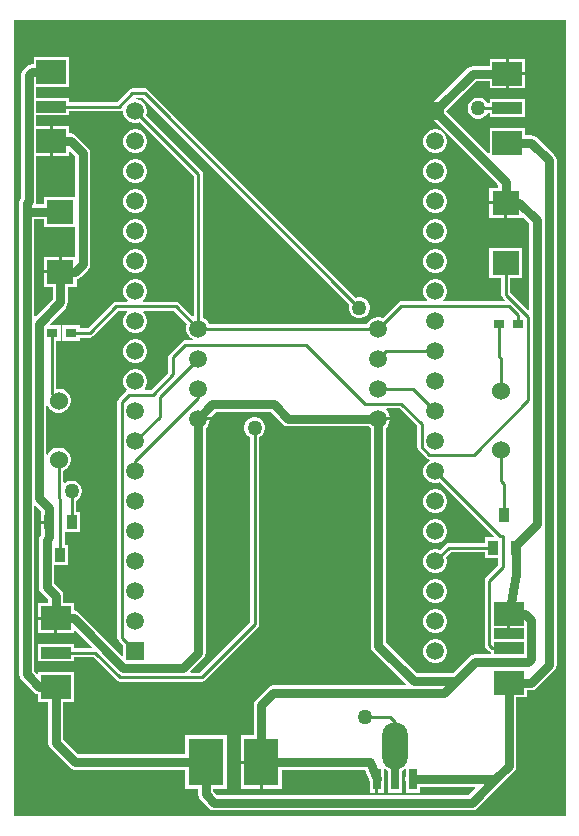
<source format=gtl>
G04*
G04 #@! TF.GenerationSoftware,Altium Limited,Altium Designer,21.4.1 (30)*
G04*
G04 Layer_Physical_Order=1*
G04 Layer_Color=255*
%FSLAX25Y25*%
%MOIN*%
G70*
G04*
G04 #@! TF.SameCoordinates,14F4F737-F107-41AB-BACD-CDD85754C322*
G04*
G04*
G04 #@! TF.FilePolarity,Positive*
G04*
G01*
G75*
%ADD11C,0.01000*%
%ADD14R,0.02500X0.07000*%
%ADD15O,0.08661X0.15748*%
%ADD16R,0.11811X0.15748*%
%ADD17C,0.05906*%
%ADD18R,0.08976X0.07992*%
%ADD19R,0.03799X0.03150*%
%ADD20R,0.09843X0.03937*%
%ADD21R,0.09843X0.07874*%
%ADD22R,0.03347X0.04921*%
%ADD35C,0.03000*%
%ADD36R,0.05906X0.05906*%
%ADD37C,0.06000*%
%ADD38C,0.05000*%
G36*
X431500Y171000D02*
X247500D01*
Y436500D01*
X431500D01*
Y171000D01*
D02*
G37*
%LPC*%
G36*
X417921Y423437D02*
X412500D01*
Y419000D01*
X417921D01*
Y423437D01*
D02*
G37*
G36*
Y418000D02*
X412500D01*
Y413563D01*
X417921D01*
Y418000D01*
D02*
G37*
G36*
X265921Y423937D02*
X254079D01*
Y421549D01*
X253500D01*
X252524Y421355D01*
X251698Y420802D01*
X250698Y419802D01*
X250145Y418975D01*
X249951Y418000D01*
Y377033D01*
X249445Y376275D01*
X249251Y375300D01*
Y372500D01*
Y218200D01*
X249445Y217225D01*
X249998Y216398D01*
X254198Y212198D01*
X255025Y211645D01*
X255579Y211535D01*
Y209063D01*
X258951D01*
Y195500D01*
X259145Y194525D01*
X259698Y193698D01*
X266198Y187198D01*
X267024Y186645D01*
X268000Y186451D01*
X304594D01*
Y180126D01*
X308951D01*
Y178300D01*
X309145Y177324D01*
X309698Y176498D01*
X312498Y173698D01*
X313324Y173145D01*
X314300Y172951D01*
X400200D01*
X401175Y173145D01*
X402002Y173698D01*
X409802Y181498D01*
X414302Y185998D01*
X414855Y186825D01*
X415049Y187800D01*
Y210563D01*
X418421D01*
Y212951D01*
X420000D01*
X420975Y213145D01*
X421802Y213698D01*
X427702Y219597D01*
X428255Y220424D01*
X428449Y221400D01*
Y389600D01*
X428255Y390576D01*
X427702Y391403D01*
X421802Y397302D01*
X420975Y397855D01*
X420000Y398049D01*
X417921D01*
Y400437D01*
X406079D01*
Y392179D01*
X405617Y391988D01*
X391605Y406000D01*
X401556Y415951D01*
X406079D01*
Y413563D01*
X411500D01*
Y418500D01*
Y423437D01*
X406079D01*
Y421049D01*
X400500D01*
X399524Y420855D01*
X398698Y420302D01*
X386198Y407802D01*
X385645Y406976D01*
X385451Y406000D01*
X385645Y405024D01*
X386198Y404198D01*
X408951Y381444D01*
Y380496D01*
X406012D01*
Y376000D01*
X411500D01*
Y375500D01*
X412000D01*
Y370504D01*
X416988D01*
Y370504D01*
X417273Y370622D01*
X419351Y368545D01*
Y339794D01*
X418889Y339603D01*
X413029Y345462D01*
Y350504D01*
X416988D01*
Y360496D01*
X406012D01*
Y350504D01*
X409971D01*
Y344829D01*
X410087Y344243D01*
X410419Y343747D01*
X411174Y342991D01*
X410983Y342529D01*
X390827D01*
X390619Y343029D01*
X391163Y343573D01*
X391683Y344474D01*
X391953Y345480D01*
Y346520D01*
X391683Y347526D01*
X391163Y348427D01*
X390427Y349163D01*
X389526Y349683D01*
X388520Y349953D01*
X387480D01*
X386474Y349683D01*
X385573Y349163D01*
X384837Y348427D01*
X384317Y347526D01*
X384047Y346520D01*
Y345480D01*
X384317Y344474D01*
X384837Y343573D01*
X385381Y343029D01*
X385174Y342529D01*
X376500D01*
X375915Y342413D01*
X375419Y342081D01*
X370522Y337185D01*
X369520Y337453D01*
X368480D01*
X367474Y337183D01*
X366573Y336663D01*
X365837Y335927D01*
X365319Y335029D01*
X312681D01*
X312163Y335927D01*
X311427Y336663D01*
X310529Y337181D01*
Y385000D01*
X310413Y385585D01*
X310081Y386081D01*
X291685Y404478D01*
X291953Y405480D01*
Y406520D01*
X291683Y407526D01*
X291163Y408427D01*
X290427Y409163D01*
X289526Y409683D01*
X288520Y409953D01*
X288405D01*
X288138Y410453D01*
X288149Y410471D01*
X290566D01*
X359385Y341652D01*
X359200Y340961D01*
Y340039D01*
X359438Y339149D01*
X359899Y338351D01*
X360551Y337699D01*
X361349Y337239D01*
X362239Y337000D01*
X363161D01*
X364051Y337239D01*
X364849Y337699D01*
X365501Y338351D01*
X365962Y339149D01*
X366200Y340039D01*
Y340961D01*
X365962Y341851D01*
X365501Y342649D01*
X364849Y343301D01*
X364051Y343761D01*
X363161Y344000D01*
X362239D01*
X361548Y343815D01*
X292281Y413081D01*
X291785Y413413D01*
X291200Y413529D01*
X287000D01*
X286415Y413413D01*
X285919Y413081D01*
X281867Y409029D01*
X265921D01*
Y410468D01*
X255049D01*
Y414063D01*
X265921D01*
Y423937D01*
D02*
G37*
G36*
X402761Y410500D02*
X401839D01*
X400949Y410261D01*
X400151Y409801D01*
X399499Y409149D01*
X399039Y408351D01*
X398800Y407461D01*
Y406539D01*
X399039Y405649D01*
X399499Y404851D01*
X400151Y404199D01*
X400949Y403738D01*
X401839Y403500D01*
X402761D01*
X403651Y403738D01*
X404449Y404199D01*
X405101Y404851D01*
X405458Y405471D01*
X406079D01*
Y404032D01*
X417921D01*
Y409969D01*
X406079D01*
Y408529D01*
X405458D01*
X405101Y409149D01*
X404449Y409801D01*
X403651Y410261D01*
X402761Y410500D01*
D02*
G37*
G36*
X388520Y399953D02*
X387480D01*
X386474Y399683D01*
X385573Y399163D01*
X384837Y398427D01*
X384317Y397526D01*
X384047Y396520D01*
Y395480D01*
X384317Y394474D01*
X384837Y393573D01*
X385573Y392837D01*
X386474Y392317D01*
X387480Y392047D01*
X388520D01*
X389526Y392317D01*
X390427Y392837D01*
X391163Y393573D01*
X391683Y394474D01*
X391953Y395480D01*
Y396520D01*
X391683Y397526D01*
X391163Y398427D01*
X390427Y399163D01*
X389526Y399683D01*
X388520Y399953D01*
D02*
G37*
G36*
Y389953D02*
X387480D01*
X386474Y389683D01*
X385573Y389163D01*
X384837Y388427D01*
X384317Y387526D01*
X384047Y386520D01*
Y385480D01*
X384317Y384474D01*
X384837Y383573D01*
X385573Y382837D01*
X386474Y382317D01*
X387480Y382047D01*
X388520D01*
X389526Y382317D01*
X390427Y382837D01*
X391163Y383573D01*
X391683Y384474D01*
X391953Y385480D01*
Y386520D01*
X391683Y387526D01*
X391163Y388427D01*
X390427Y389163D01*
X389526Y389683D01*
X388520Y389953D01*
D02*
G37*
G36*
Y379953D02*
X387480D01*
X386474Y379683D01*
X385573Y379163D01*
X384837Y378427D01*
X384317Y377526D01*
X384047Y376520D01*
Y375480D01*
X384317Y374474D01*
X384837Y373573D01*
X385573Y372837D01*
X386474Y372317D01*
X387480Y372047D01*
X388520D01*
X389526Y372317D01*
X390427Y372837D01*
X391163Y373573D01*
X391683Y374474D01*
X391953Y375480D01*
Y376520D01*
X391683Y377526D01*
X391163Y378427D01*
X390427Y379163D01*
X389526Y379683D01*
X388520Y379953D01*
D02*
G37*
G36*
X411000Y375000D02*
X406012D01*
Y370504D01*
X411000D01*
Y375000D01*
D02*
G37*
G36*
X388520Y369953D02*
X387480D01*
X386474Y369683D01*
X385573Y369163D01*
X384837Y368427D01*
X384317Y367526D01*
X384047Y366520D01*
Y365480D01*
X384317Y364474D01*
X384837Y363573D01*
X385573Y362837D01*
X386474Y362317D01*
X387480Y362047D01*
X388520D01*
X389526Y362317D01*
X390427Y362837D01*
X391163Y363573D01*
X391683Y364474D01*
X391953Y365480D01*
Y366520D01*
X391683Y367526D01*
X391163Y368427D01*
X390427Y369163D01*
X389526Y369683D01*
X388520Y369953D01*
D02*
G37*
G36*
Y359953D02*
X387480D01*
X386474Y359683D01*
X385573Y359163D01*
X384837Y358427D01*
X384317Y357526D01*
X384047Y356520D01*
Y355480D01*
X384317Y354474D01*
X384837Y353573D01*
X385573Y352837D01*
X386474Y352317D01*
X387480Y352047D01*
X388520D01*
X389526Y352317D01*
X390427Y352837D01*
X391163Y353573D01*
X391683Y354474D01*
X391953Y355480D01*
Y356520D01*
X391683Y357526D01*
X391163Y358427D01*
X390427Y359163D01*
X389526Y359683D01*
X388520Y359953D01*
D02*
G37*
%LPD*%
G36*
X283685Y406365D02*
X284047Y406177D01*
Y405480D01*
X284317Y404474D01*
X284837Y403573D01*
X285573Y402837D01*
X286474Y402317D01*
X287480Y402047D01*
X288520D01*
X289522Y402316D01*
X307471Y384366D01*
Y337846D01*
X307009Y337654D01*
X302681Y341981D01*
X302185Y342313D01*
X301600Y342429D01*
X290650D01*
X290519Y342929D01*
X291163Y343573D01*
X291683Y344474D01*
X291953Y345480D01*
Y346520D01*
X291683Y347526D01*
X291163Y348427D01*
X290427Y349163D01*
X289526Y349683D01*
X288520Y349953D01*
X287480D01*
X286474Y349683D01*
X285573Y349163D01*
X284837Y348427D01*
X284317Y347526D01*
X284047Y346520D01*
Y345480D01*
X284317Y344474D01*
X284837Y343573D01*
X285481Y342929D01*
X285350Y342429D01*
X281700D01*
X281115Y342313D01*
X280619Y341981D01*
X272166Y333529D01*
X269400D01*
Y334575D01*
X263600D01*
Y329425D01*
X269400D01*
Y330471D01*
X272800D01*
X273385Y330587D01*
X273881Y330919D01*
X282333Y339371D01*
X285073D01*
X285281Y338871D01*
X284837Y338427D01*
X284317Y337526D01*
X284047Y336520D01*
Y335480D01*
X284317Y334474D01*
X284837Y333573D01*
X285573Y332837D01*
X286474Y332317D01*
X287480Y332047D01*
X288520D01*
X289526Y332317D01*
X290427Y332837D01*
X291163Y333573D01*
X291683Y334474D01*
X291953Y335480D01*
Y336520D01*
X291683Y337526D01*
X291163Y338427D01*
X290719Y338871D01*
X290927Y339371D01*
X300967D01*
X305315Y335022D01*
X305047Y334020D01*
Y332980D01*
X305317Y331974D01*
X305837Y331073D01*
X306573Y330337D01*
X307106Y330029D01*
X306972Y329529D01*
X304500D01*
X303915Y329413D01*
X303419Y329081D01*
X299419Y325081D01*
X299087Y324585D01*
X298971Y324000D01*
Y318833D01*
X293166Y313029D01*
X291273D01*
X291081Y313491D01*
X291163Y313573D01*
X291683Y314474D01*
X291953Y315480D01*
Y316520D01*
X291683Y317526D01*
X291163Y318427D01*
X290427Y319163D01*
X289526Y319683D01*
X288520Y319953D01*
X287480D01*
X286474Y319683D01*
X285573Y319163D01*
X284837Y318427D01*
X284317Y317526D01*
X284047Y316520D01*
Y315480D01*
X284317Y314474D01*
X284837Y313573D01*
X285104Y313306D01*
X285040Y312663D01*
X284919Y312581D01*
X282419Y310081D01*
X282087Y309585D01*
X281971Y309000D01*
Y230500D01*
X282087Y229915D01*
X282419Y229419D01*
X284047Y227790D01*
Y224711D01*
X283585Y224519D01*
X269302Y238802D01*
X268476Y239355D01*
X267500Y239549D01*
X267421D01*
Y241937D01*
X264049D01*
Y244400D01*
X263855Y245375D01*
X263302Y246202D01*
X260949Y248556D01*
Y254547D01*
X265673D01*
Y261468D01*
X264529D01*
Y265532D01*
X269413D01*
Y272453D01*
X268270D01*
Y276182D01*
X268889Y276539D01*
X269541Y277191D01*
X270002Y277989D01*
X270240Y278879D01*
Y279801D01*
X270002Y280691D01*
X269541Y281489D01*
X268889Y282141D01*
X268091Y282602D01*
X267201Y282840D01*
X266279D01*
X265389Y282602D01*
X264591Y282141D01*
X264491Y282041D01*
X264029Y282232D01*
Y286084D01*
X264044Y286088D01*
X264956Y286614D01*
X265701Y287359D01*
X266227Y288271D01*
X266500Y289288D01*
Y290342D01*
X266227Y291359D01*
X265701Y292271D01*
X264956Y293016D01*
X264044Y293542D01*
X263027Y293815D01*
X261973D01*
X260956Y293542D01*
X260044Y293016D01*
X259299Y292271D01*
X258849Y291491D01*
X258349Y291625D01*
Y307690D01*
X258849Y307824D01*
X259299Y307044D01*
X260044Y306299D01*
X260956Y305773D01*
X261973Y305500D01*
X263027D01*
X264044Y305773D01*
X264956Y306299D01*
X265701Y307044D01*
X266227Y307956D01*
X266500Y308973D01*
Y310027D01*
X266227Y311044D01*
X265701Y311956D01*
X264956Y312701D01*
X264044Y313227D01*
X263027Y313500D01*
X261973D01*
X261730Y313687D01*
Y329425D01*
X263100D01*
Y334575D01*
X259633D01*
X259441Y335037D01*
X264802Y340398D01*
X265355Y341225D01*
X265549Y342200D01*
Y347504D01*
X268488D01*
Y350048D01*
X268975Y350145D01*
X269802Y350698D01*
X272202Y353098D01*
X272755Y353924D01*
X272949Y354900D01*
Y392000D01*
X272755Y392975D01*
X272202Y393802D01*
X268202Y397802D01*
X267375Y398355D01*
X266400Y398549D01*
X265921D01*
Y400937D01*
X260500D01*
Y396000D01*
Y391063D01*
X265921D01*
Y392221D01*
X266383Y392412D01*
X267851Y390944D01*
Y377496D01*
X257512D01*
Y375049D01*
X255254D01*
X254937Y375435D01*
X255049Y376000D01*
Y391063D01*
X259500D01*
Y396000D01*
Y400937D01*
X255049D01*
Y404531D01*
X265921D01*
Y405971D01*
X282500D01*
X283085Y406087D01*
X283547Y406396D01*
X283685Y406365D01*
D02*
G37*
G36*
X257512Y367504D02*
X267851D01*
Y357496D01*
X263500D01*
Y352500D01*
X263000D01*
Y352000D01*
X257512D01*
Y347504D01*
X260451D01*
Y343256D01*
X254811Y337616D01*
X254349Y337807D01*
Y369951D01*
X257512D01*
Y367504D01*
D02*
G37*
G36*
X381971Y301066D02*
Y294000D01*
X382087Y293415D01*
X382419Y292919D01*
X384919Y290419D01*
X385415Y290087D01*
X385979Y289975D01*
X386010Y289924D01*
X386106Y289471D01*
X385573Y289163D01*
X384837Y288427D01*
X384317Y287526D01*
X384047Y286520D01*
Y285480D01*
X384317Y284474D01*
X384837Y283573D01*
X385573Y282837D01*
X386474Y282317D01*
X387480Y282047D01*
X388520D01*
X389522Y282315D01*
X407407Y264430D01*
X407215Y263968D01*
X404587D01*
Y262037D01*
X392508D01*
X391922Y261921D01*
X391426Y261589D01*
X389522Y259684D01*
X388520Y259953D01*
X387480D01*
X386474Y259683D01*
X385573Y259163D01*
X384837Y258427D01*
X384317Y257526D01*
X384047Y256520D01*
Y255480D01*
X384317Y254474D01*
X384837Y253573D01*
X385573Y252837D01*
X386474Y252317D01*
X387480Y252047D01*
X388520D01*
X389526Y252317D01*
X390427Y252837D01*
X391163Y253573D01*
X391683Y254474D01*
X391953Y255480D01*
Y256520D01*
X391685Y257522D01*
X393141Y258978D01*
X404587D01*
Y257047D01*
X408971D01*
Y254633D01*
X404919Y250581D01*
X404587Y250085D01*
X404471Y249500D01*
Y228000D01*
X404587Y227415D01*
X404919Y226919D01*
X405919Y225919D01*
X406415Y225587D01*
X406579Y225554D01*
Y225049D01*
X401300D01*
X400324Y224855D01*
X399498Y224302D01*
X393744Y218549D01*
X381856D01*
X371549Y228856D01*
Y300459D01*
X372163Y301073D01*
X372683Y301974D01*
X372953Y302980D01*
Y303000D01*
X369000D01*
Y304000D01*
X372953D01*
Y304020D01*
X372683Y305026D01*
X372163Y305927D01*
X371619Y306471D01*
X371827Y306971D01*
X376066D01*
X381971Y301066D01*
D02*
G37*
G36*
X413000Y233563D02*
X417451D01*
Y229969D01*
X407529D01*
Y233563D01*
X412000D01*
Y238500D01*
X413000D01*
Y233563D01*
D02*
G37*
G36*
X337198Y301698D02*
X338024Y301145D01*
X339000Y300951D01*
X365959D01*
X366451Y300459D01*
Y227800D01*
X366645Y226824D01*
X367198Y225998D01*
X378184Y215011D01*
X377993Y214549D01*
X334000D01*
X333025Y214355D01*
X332198Y213802D01*
X328198Y209802D01*
X327645Y208976D01*
X327451Y208000D01*
Y197874D01*
X323095D01*
Y189500D01*
X330000D01*
Y189000D01*
X330500D01*
Y180126D01*
X336906D01*
Y186451D01*
X364407D01*
X366151Y182311D01*
X366250Y182164D01*
Y178800D01*
X368000D01*
Y183300D01*
X369000D01*
Y178800D01*
X370750D01*
Y182171D01*
X370861Y182338D01*
X371049Y183315D01*
X370849Y184289D01*
X370750Y184525D01*
Y186550D01*
X371198Y186771D01*
X371812Y186300D01*
X372250Y186119D01*
Y178800D01*
X376750D01*
Y186119D01*
X377188Y186300D01*
X377802Y186771D01*
X378250Y186550D01*
Y184432D01*
X378145Y184275D01*
X377951Y183300D01*
X378145Y182325D01*
X378250Y182167D01*
Y178800D01*
X382750D01*
Y180751D01*
X401193D01*
X401384Y180289D01*
X399144Y178049D01*
X315356D01*
X314049Y179356D01*
Y180126D01*
X318406D01*
Y197874D01*
X304594D01*
Y191549D01*
X269056D01*
X264049Y196556D01*
Y209063D01*
X267421D01*
Y218937D01*
X255579D01*
Y218679D01*
X255117Y218488D01*
X254349Y219256D01*
Y274253D01*
X254811Y274444D01*
X256385Y272869D01*
X256587Y272453D01*
Y269492D01*
X259260D01*
Y268492D01*
X256587D01*
Y265532D01*
X256711D01*
Y264956D01*
X256598Y264843D01*
X256045Y264016D01*
X255851Y263040D01*
Y247500D01*
X256045Y246525D01*
X256598Y245698D01*
X258951Y243344D01*
Y241937D01*
X255579D01*
Y237500D01*
X261500D01*
Y237000D01*
X262000D01*
Y232063D01*
X267421D01*
Y232821D01*
X267883Y233012D01*
X273404Y227491D01*
X273213Y227029D01*
X267421D01*
Y228468D01*
X255579D01*
Y222532D01*
X267421D01*
Y223971D01*
X274066D01*
X281819Y216219D01*
X282315Y215887D01*
X282900Y215771D01*
X310200D01*
X310785Y215887D01*
X311281Y216219D01*
X328881Y233819D01*
X329213Y234315D01*
X329329Y234900D01*
Y297341D01*
X329949Y297699D01*
X330601Y298351D01*
X331062Y299149D01*
X331300Y300039D01*
Y300961D01*
X331062Y301851D01*
X330601Y302649D01*
X329949Y303301D01*
X329151Y303762D01*
X328261Y304000D01*
X327339D01*
X326449Y303762D01*
X325651Y303301D01*
X324999Y302649D01*
X324538Y301851D01*
X324300Y300961D01*
Y300039D01*
X324538Y299149D01*
X324999Y298351D01*
X325651Y297699D01*
X326271Y297341D01*
Y235533D01*
X309566Y218829D01*
X306588D01*
X306396Y219291D01*
X310802Y223698D01*
X311355Y224524D01*
X311549Y225500D01*
Y300459D01*
X312163Y301073D01*
X312683Y301974D01*
X312953Y302980D01*
Y303000D01*
X309000D01*
Y304000D01*
X313105D01*
X314781Y305676D01*
X333219D01*
X337198Y301698D01*
D02*
G37*
%LPC*%
G36*
X288520Y399953D02*
X287480D01*
X286474Y399683D01*
X285573Y399163D01*
X284837Y398427D01*
X284317Y397526D01*
X284047Y396520D01*
Y395480D01*
X284317Y394474D01*
X284837Y393573D01*
X285573Y392837D01*
X286474Y392317D01*
X287480Y392047D01*
X288520D01*
X289526Y392317D01*
X290427Y392837D01*
X291163Y393573D01*
X291683Y394474D01*
X291953Y395480D01*
Y396520D01*
X291683Y397526D01*
X291163Y398427D01*
X290427Y399163D01*
X289526Y399683D01*
X288520Y399953D01*
D02*
G37*
G36*
Y389953D02*
X287480D01*
X286474Y389683D01*
X285573Y389163D01*
X284837Y388427D01*
X284317Y387526D01*
X284047Y386520D01*
Y385480D01*
X284317Y384474D01*
X284837Y383573D01*
X285573Y382837D01*
X286474Y382317D01*
X287480Y382047D01*
X288520D01*
X289526Y382317D01*
X290427Y382837D01*
X291163Y383573D01*
X291683Y384474D01*
X291953Y385480D01*
Y386520D01*
X291683Y387526D01*
X291163Y388427D01*
X290427Y389163D01*
X289526Y389683D01*
X288520Y389953D01*
D02*
G37*
G36*
Y379953D02*
X287480D01*
X286474Y379683D01*
X285573Y379163D01*
X284837Y378427D01*
X284317Y377526D01*
X284047Y376520D01*
Y375480D01*
X284317Y374474D01*
X284837Y373573D01*
X285573Y372837D01*
X286474Y372317D01*
X287480Y372047D01*
X288520D01*
X289526Y372317D01*
X290427Y372837D01*
X291163Y373573D01*
X291683Y374474D01*
X291953Y375480D01*
Y376520D01*
X291683Y377526D01*
X291163Y378427D01*
X290427Y379163D01*
X289526Y379683D01*
X288520Y379953D01*
D02*
G37*
G36*
Y369953D02*
X287480D01*
X286474Y369683D01*
X285573Y369163D01*
X284837Y368427D01*
X284317Y367526D01*
X284047Y366520D01*
Y365480D01*
X284317Y364474D01*
X284837Y363573D01*
X285573Y362837D01*
X286474Y362317D01*
X287480Y362047D01*
X288520D01*
X289526Y362317D01*
X290427Y362837D01*
X291163Y363573D01*
X291683Y364474D01*
X291953Y365480D01*
Y366520D01*
X291683Y367526D01*
X291163Y368427D01*
X290427Y369163D01*
X289526Y369683D01*
X288520Y369953D01*
D02*
G37*
G36*
Y359953D02*
X287480D01*
X286474Y359683D01*
X285573Y359163D01*
X284837Y358427D01*
X284317Y357526D01*
X284047Y356520D01*
Y355480D01*
X284317Y354474D01*
X284837Y353573D01*
X285573Y352837D01*
X286474Y352317D01*
X287480Y352047D01*
X288520D01*
X289526Y352317D01*
X290427Y352837D01*
X291163Y353573D01*
X291683Y354474D01*
X291953Y355480D01*
Y356520D01*
X291683Y357526D01*
X291163Y358427D01*
X290427Y359163D01*
X289526Y359683D01*
X288520Y359953D01*
D02*
G37*
G36*
Y329953D02*
X287480D01*
X286474Y329683D01*
X285573Y329163D01*
X284837Y328427D01*
X284317Y327526D01*
X284047Y326520D01*
Y325480D01*
X284317Y324474D01*
X284837Y323573D01*
X285573Y322837D01*
X286474Y322317D01*
X287480Y322047D01*
X288520D01*
X289526Y322317D01*
X290427Y322837D01*
X291163Y323573D01*
X291683Y324474D01*
X291953Y325480D01*
Y326520D01*
X291683Y327526D01*
X291163Y328427D01*
X290427Y329163D01*
X289526Y329683D01*
X288520Y329953D01*
D02*
G37*
G36*
X262500Y357496D02*
X257512D01*
Y353000D01*
X262500D01*
Y357496D01*
D02*
G37*
G36*
X388520Y279953D02*
X387480D01*
X386474Y279683D01*
X385573Y279163D01*
X384837Y278427D01*
X384317Y277526D01*
X384047Y276520D01*
Y275480D01*
X384317Y274474D01*
X384837Y273573D01*
X385573Y272837D01*
X386474Y272317D01*
X387480Y272047D01*
X388520D01*
X389526Y272317D01*
X390427Y272837D01*
X391163Y273573D01*
X391683Y274474D01*
X391953Y275480D01*
Y276520D01*
X391683Y277526D01*
X391163Y278427D01*
X390427Y279163D01*
X389526Y279683D01*
X388520Y279953D01*
D02*
G37*
G36*
Y269953D02*
X387480D01*
X386474Y269683D01*
X385573Y269163D01*
X384837Y268427D01*
X384317Y267526D01*
X384047Y266520D01*
Y265480D01*
X384317Y264474D01*
X384837Y263573D01*
X385573Y262837D01*
X386474Y262317D01*
X387480Y262047D01*
X388520D01*
X389526Y262317D01*
X390427Y262837D01*
X391163Y263573D01*
X391683Y264474D01*
X391953Y265480D01*
Y266520D01*
X391683Y267526D01*
X391163Y268427D01*
X390427Y269163D01*
X389526Y269683D01*
X388520Y269953D01*
D02*
G37*
G36*
Y249953D02*
X387480D01*
X386474Y249683D01*
X385573Y249163D01*
X384837Y248427D01*
X384317Y247526D01*
X384047Y246520D01*
Y245480D01*
X384317Y244474D01*
X384837Y243573D01*
X385573Y242837D01*
X386474Y242317D01*
X387480Y242047D01*
X388520D01*
X389526Y242317D01*
X390427Y242837D01*
X391163Y243573D01*
X391683Y244474D01*
X391953Y245480D01*
Y246520D01*
X391683Y247526D01*
X391163Y248427D01*
X390427Y249163D01*
X389526Y249683D01*
X388520Y249953D01*
D02*
G37*
G36*
Y239953D02*
X387480D01*
X386474Y239683D01*
X385573Y239163D01*
X384837Y238427D01*
X384317Y237526D01*
X384047Y236520D01*
Y235480D01*
X384317Y234474D01*
X384837Y233573D01*
X385573Y232837D01*
X386474Y232317D01*
X387480Y232047D01*
X388520D01*
X389526Y232317D01*
X390427Y232837D01*
X391163Y233573D01*
X391683Y234474D01*
X391953Y235480D01*
Y236520D01*
X391683Y237526D01*
X391163Y238427D01*
X390427Y239163D01*
X389526Y239683D01*
X388520Y239953D01*
D02*
G37*
G36*
Y229953D02*
X387480D01*
X386474Y229683D01*
X385573Y229163D01*
X384837Y228427D01*
X384317Y227526D01*
X384047Y226520D01*
Y225480D01*
X384317Y224474D01*
X384837Y223573D01*
X385573Y222837D01*
X386474Y222317D01*
X387480Y222047D01*
X388520D01*
X389526Y222317D01*
X390427Y222837D01*
X391163Y223573D01*
X391683Y224474D01*
X391953Y225480D01*
Y226520D01*
X391683Y227526D01*
X391163Y228427D01*
X390427Y229163D01*
X389526Y229683D01*
X388520Y229953D01*
D02*
G37*
G36*
X261000Y236500D02*
X255579D01*
Y232063D01*
X261000D01*
Y236500D01*
D02*
G37*
G36*
X329500Y188500D02*
X323095D01*
Y180126D01*
X329500D01*
Y188500D01*
D02*
G37*
%LPD*%
D11*
X364700Y203900D02*
X373000D01*
X374500Y202400D01*
Y194500D02*
Y202400D01*
Y183300D02*
Y194500D01*
X266500Y332000D02*
X272800D01*
X281700Y340900D01*
X301600D01*
X309000Y333500D01*
X369000D01*
X309000D02*
Y385000D01*
X288000Y406000D02*
X309000Y385000D01*
X369000Y333500D02*
X376500Y341000D01*
X412500D01*
X415500Y338000D01*
Y335000D02*
Y338000D01*
X283500Y230500D02*
X288000Y226000D01*
X283500Y230500D02*
Y309000D01*
X286000Y311500D01*
X293800D01*
X300500Y318200D01*
Y324000D01*
X304500Y328000D01*
X345000D01*
X364500Y308500D01*
X376700D01*
X383500Y301700D01*
Y294000D02*
Y301700D01*
Y294000D02*
X386000Y291500D01*
X400800D01*
X418900Y309600D01*
Y337429D01*
X411500Y344829D02*
X418900Y337429D01*
X411500Y344829D02*
Y355500D01*
X388000Y256000D02*
X392508Y260508D01*
X407260D01*
X266740Y268992D02*
Y279340D01*
X260201Y311799D02*
X262500Y309500D01*
X260201Y311799D02*
Y332000D01*
X263000Y258008D02*
Y276614D01*
X262500Y277114D02*
X263000Y276614D01*
X262500Y277114D02*
Y289815D01*
X410000Y312685D02*
Y323400D01*
X409201Y324199D02*
X410000Y323400D01*
X409201Y324199D02*
Y335000D01*
X411000Y271492D02*
Y281700D01*
X410000Y282700D02*
X411000Y281700D01*
X410000Y282700D02*
Y293000D01*
X260000Y407500D02*
X282500D01*
X287000Y412000D01*
X291200D01*
X362700Y340500D01*
X402300Y407000D02*
X412000D01*
X407000Y227000D02*
X412500D01*
X406000Y228000D02*
X407000Y227000D01*
X406000Y228000D02*
Y249500D01*
X410500Y254000D01*
Y264500D01*
X409500D02*
X410500D01*
X388000Y286000D02*
X409500Y264500D01*
X261500Y225500D02*
X274700D01*
X282900Y217300D01*
X310200D01*
X327800Y234900D01*
Y300500D01*
X288000Y296000D02*
X296095Y304095D01*
Y310595D01*
X309000Y323500D01*
X369000D02*
X371500Y326000D01*
X388000D01*
X369000Y313500D02*
X380500D01*
X388000Y306000D01*
X288000Y286000D02*
Y289300D01*
X309000Y310300D01*
Y313500D01*
D14*
X368500Y183300D02*
D03*
X380500D02*
D03*
X374500D02*
D03*
D15*
Y194500D02*
D03*
D16*
X311500Y189000D02*
D03*
X330000D02*
D03*
D17*
X309000Y333500D02*
D03*
Y323500D02*
D03*
Y313500D02*
D03*
Y303500D02*
D03*
X369000Y333500D02*
D03*
Y323500D02*
D03*
Y313500D02*
D03*
Y303500D02*
D03*
X388000Y226000D02*
D03*
Y236000D02*
D03*
Y246000D02*
D03*
Y256000D02*
D03*
Y266000D02*
D03*
Y276000D02*
D03*
Y286000D02*
D03*
Y296000D02*
D03*
Y306000D02*
D03*
Y316000D02*
D03*
Y326000D02*
D03*
Y336000D02*
D03*
Y346000D02*
D03*
Y356000D02*
D03*
Y366000D02*
D03*
Y376000D02*
D03*
Y386000D02*
D03*
Y396000D02*
D03*
X288000Y406000D02*
D03*
Y396000D02*
D03*
Y386000D02*
D03*
Y376000D02*
D03*
Y366000D02*
D03*
Y356000D02*
D03*
Y346000D02*
D03*
Y336000D02*
D03*
Y326000D02*
D03*
Y316000D02*
D03*
Y306000D02*
D03*
Y296000D02*
D03*
Y286000D02*
D03*
Y276000D02*
D03*
Y266000D02*
D03*
Y256000D02*
D03*
Y246000D02*
D03*
Y236000D02*
D03*
D18*
X263000Y372500D02*
D03*
Y352500D02*
D03*
X411500Y355500D02*
D03*
Y375500D02*
D03*
D19*
X266500Y332000D02*
D03*
X260201D02*
D03*
X415500Y335000D02*
D03*
X409201D02*
D03*
D20*
X261500Y225500D02*
D03*
X412500Y227000D02*
D03*
X412000Y407000D02*
D03*
X260000Y407500D02*
D03*
D21*
X261500Y237000D02*
D03*
Y214000D02*
D03*
X412500Y238500D02*
D03*
Y215500D02*
D03*
X412000Y418500D02*
D03*
Y395500D02*
D03*
X260000Y396000D02*
D03*
Y419000D02*
D03*
D22*
X263000Y258008D02*
D03*
X259260Y268992D02*
D03*
X266740D02*
D03*
X411000Y271492D02*
D03*
X414740Y260508D02*
D03*
X407260D02*
D03*
D35*
X390800Y212000D02*
X394800Y216000D01*
X408000Y183300D02*
X412500Y187800D01*
X400200Y175500D02*
X408000Y183300D01*
X251800Y372500D02*
Y375300D01*
Y218200D02*
Y372500D01*
X330000Y189000D02*
X366100D01*
X368500Y183300D01*
X330000Y189000D02*
Y208000D01*
X334000Y212000D01*
X390800D01*
X369000Y227800D02*
Y303500D01*
Y227800D02*
X380800Y216000D01*
X394800D01*
X401300Y222500D01*
X419000D01*
X420000Y223500D01*
Y236500D01*
X418000Y238500D02*
X420000Y236500D01*
X412500Y238500D02*
X418000D01*
X256000Y214000D02*
X261500D01*
X251800Y218200D02*
X256000Y214000D01*
X251800Y375300D02*
X252500Y376000D01*
Y418000D01*
X251800Y372500D02*
X263000D01*
X252500Y418000D02*
X253500Y419000D01*
X260000D01*
X380500Y183300D02*
X408000D01*
X261500Y237000D02*
Y244400D01*
X258400Y247500D02*
X261500Y244400D01*
X258400Y247500D02*
Y263040D01*
X259260Y263900D01*
Y268992D01*
X261500Y237000D02*
X267500D01*
X284000Y220500D01*
X304000D01*
X309000Y225500D01*
Y303500D01*
X313725Y308225D01*
X334275D01*
X339000Y303500D01*
X369000D01*
X259260Y268992D02*
Y273600D01*
X255800Y277060D02*
X259260Y273600D01*
X255800Y277060D02*
Y335000D01*
X263000Y342200D01*
Y352500D01*
X268000D01*
X270400Y354900D01*
Y392000D01*
X266400Y396000D02*
X270400Y392000D01*
X260000Y396000D02*
X266400D01*
X412500Y238500D02*
X414740Y251740D01*
Y260508D01*
Y261300D01*
X421900Y268459D01*
Y369600D01*
X416000Y375500D02*
X421900Y369600D01*
X411500Y375500D02*
X416000D01*
X411500D02*
Y382500D01*
X388000Y406000D02*
X411500Y382500D01*
X388000Y406000D02*
X400500Y418500D01*
X412000D01*
X261500Y195500D02*
Y214000D01*
Y195500D02*
X268000Y189000D01*
X311500D01*
Y178300D02*
Y189000D01*
Y178300D02*
X314300Y175500D01*
X400200D01*
X412500Y187800D02*
Y215500D01*
X420000D01*
X425900Y221400D01*
Y389600D01*
X420000Y395500D02*
X425900Y389600D01*
X412000Y395500D02*
X420000D01*
D36*
X388000Y406000D02*
D03*
X288000Y226000D02*
D03*
D37*
X262500Y289815D02*
D03*
Y309500D02*
D03*
X410000Y293000D02*
D03*
Y312685D02*
D03*
D38*
X364700Y203900D02*
D03*
X266740Y279340D02*
D03*
X362700Y340500D02*
D03*
X402300Y407000D02*
D03*
X327800Y300500D02*
D03*
M02*

</source>
